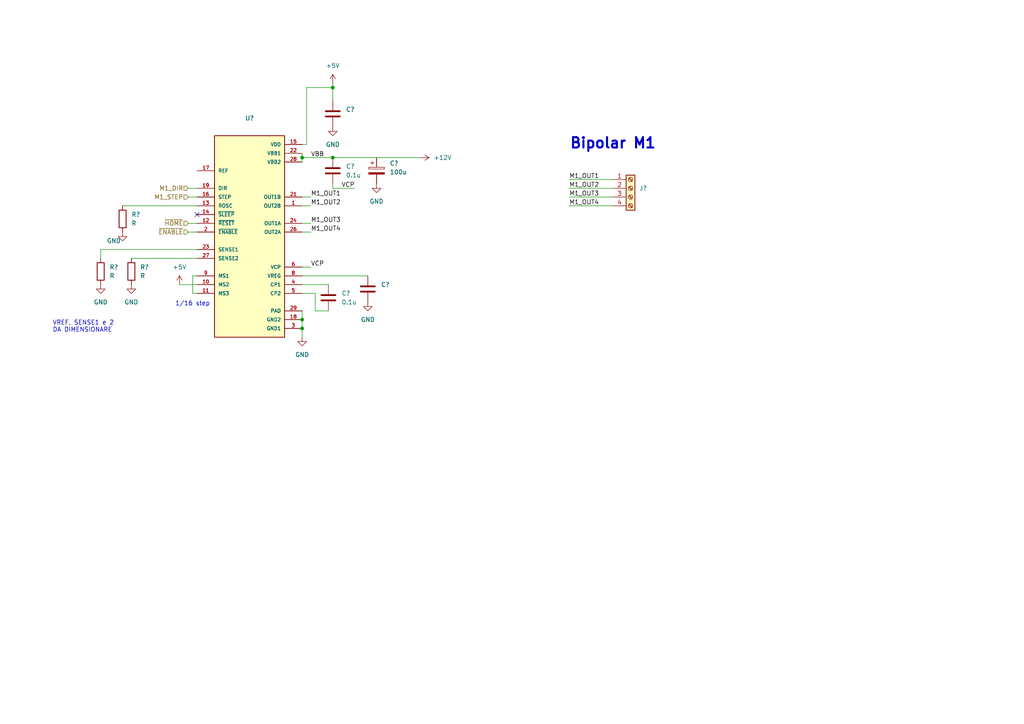
<source format=kicad_sch>
(kicad_sch (version 20211123) (generator eeschema)
  (paper "A4")
  (lib_symbols
    (symbol "A4988:A4988SETTR-T" (pin_names (offset 1.016))
      (property "Reference" "U?" (at 0 33.02 0))
      (property "Value" "A4988SETTR-T" (at 0 30.48 0))
      (symbol "A4988SETTR-T_0_0"
        (rectangle (start -10.16 -30.48) (end 10.16 27.94) (stroke (width 0.254)) (fill (type background)))
        (pin output line (at 15.24 7.62 180) (length 5.08) (name "OUT2B") (number "1"))
        (pin input line (at -15.24 -15.24 0) (length 5.08) (name "MS2") (number "10"))
        (pin input line (at -15.24 -17.78 0) (length 5.08) (name "MS3") (number "11"))
        (pin input line (at -15.24 2.54 0) (length 5.08) (name "~{RESET}") (number "12"))
        (pin input line (at -15.24 7.62 0) (length 5.08) (name "ROSC") (number "13"))
        (pin input line (at -15.24 5.08 0) (length 5.08) (name "~{SLEEP}") (number "14"))
        (pin power_in line (at 15.24 25.4 180) (length 5.08) (name "VDD") (number "15"))
        (pin input line (at -15.24 10.16 0) (length 5.08) (name "STEP") (number "16"))
        (pin input line (at -15.24 17.78 0) (length 5.08) (name "REF") (number "17"))
        (pin passive line (at 15.24 -25.4 180) (length 5.08) (name "GND2") (number "18"))
        (pin input line (at -15.24 12.7 0) (length 5.08) (name "DIR") (number "19"))
        (pin input line (at -15.24 0 0) (length 5.08) (name "~{ENABLE}") (number "2"))
        (pin output line (at 15.24 10.16 180) (length 5.08) (name "OUT1B") (number "21"))
        (pin power_in line (at 15.24 22.86 180) (length 5.08) (name "VBB1") (number "22"))
        (pin input line (at -15.24 -5.08 0) (length 5.08) (name "SENSE1") (number "23"))
        (pin output line (at 15.24 2.54 180) (length 5.08) (name "OUT1A") (number "24"))
        (pin output line (at 15.24 0 180) (length 5.08) (name "OUT2A") (number "26"))
        (pin input line (at -15.24 -7.62 0) (length 5.08) (name "SENSE2") (number "27"))
        (pin power_in line (at 15.24 20.32 180) (length 5.08) (name "VBB2") (number "28"))
        (pin passive line (at 15.24 -22.86 180) (length 5.08) (name "PAD") (number "29"))
        (pin passive line (at 15.24 -27.94 180) (length 5.08) (name "GND1") (number "3"))
        (pin passive line (at 15.24 -15.24 180) (length 5.08) (name "CP1") (number "4"))
        (pin passive line (at 15.24 -17.78 180) (length 5.08) (name "CP2") (number "5"))
        (pin passive line (at 15.24 -10.16 180) (length 5.08) (name "VCP") (number "6"))
        (pin passive line (at 15.24 -12.7 180) (length 5.08) (name "VREG") (number "8"))
        (pin input line (at -15.24 -12.7 0) (length 5.08) (name "MS1") (number "9"))
      )
    )
    (symbol "Connector:Screw_Terminal_01x04" (pin_names (offset 1.016) hide)
      (property "Reference" "J" (at 0 5.08 0))
      (property "Value" "Screw_Terminal_01x04" (at 0 -7.62 0))
      (symbol "Screw_Terminal_01x04_1_1"
        (rectangle (start -1.27 3.81) (end 1.27 -6.35) (stroke (width 0.254)) (fill (type background)))
        (circle (center 0 -5.08) (radius 0.635) (stroke (width 0.1524)))
        (circle (center 0 -2.54) (radius 0.635) (stroke (width 0.1524)))
        (polyline (pts (xy -0.5334 -4.7498) (xy 0.3302 -5.588)) (stroke (width 0.1524)))
        (polyline (pts (xy -0.5334 -2.2098) (xy 0.3302 -3.048)) (stroke (width 0.1524)))
        (polyline (pts (xy -0.5334 0.3302) (xy 0.3302 -0.508)) (stroke (width 0.1524)))
        (polyline (pts (xy -0.5334 2.8702) (xy 0.3302 2.032)) (stroke (width 0.1524)))
        (polyline (pts (xy -0.3556 -4.572) (xy 0.508 -5.4102)) (stroke (width 0.1524)))
        (polyline (pts (xy -0.3556 -2.032) (xy 0.508 -2.8702)) (stroke (width 0.1524)))
        (polyline (pts (xy -0.3556 0.508) (xy 0.508 -0.3302)) (stroke (width 0.1524)))
        (polyline (pts (xy -0.3556 3.048) (xy 0.508 2.2098)) (stroke (width 0.1524)))
        (circle (center 0 0) (radius 0.635) (stroke (width 0.1524)))
        (circle (center 0 2.54) (radius 0.635) (stroke (width 0.1524)))
        (pin passive line (at -5.08 2.54 0) (length 3.81) (name "Pin_1") (number "1"))
        (pin passive line (at -5.08 0 0) (length 3.81) (name "Pin_2") (number "2"))
        (pin passive line (at -5.08 -2.54 0) (length 3.81) (name "Pin_3") (number "3"))
        (pin passive line (at -5.08 -5.08 0) (length 3.81) (name "Pin_4") (number "4"))
      )
    )
    (symbol "Device:C" (pin_numbers hide) (pin_names (offset 0.254))
      (property "Reference" "C" (at 0.635 2.54 0))
      (property "Value" "C" (at 0.635 -2.54 0))
      (symbol "C_0_1"
        (polyline (pts (xy -2.032 -0.762) (xy 2.032 -0.762)) (stroke (width 0.508)))
        (polyline (pts (xy -2.032 0.762) (xy 2.032 0.762)) (stroke (width 0.508)))
      )
      (symbol "C_1_1"
        (pin passive line (at 0 3.81 270) (length 2.794) (name "~") (number "1"))
        (pin passive line (at 0 -3.81 90) (length 2.794) (name "~") (number "2"))
      )
    )
    (symbol "Device:C_Polarized" (pin_numbers hide) (pin_names (offset 0.254))
      (property "Reference" "C" (at 0.635 2.54 0))
      (property "Value" "C_Polarized" (at 0.635 -2.54 0))
      (symbol "C_Polarized_0_1"
        (rectangle (start -2.286 0.508) (end 2.286 1.016))
        (polyline (pts (xy -1.778 2.286) (xy -0.762 2.286)))
        (polyline (pts (xy -1.27 2.794) (xy -1.27 1.778)))
        (rectangle (start 2.286 -0.508) (end -2.286 -1.016) (fill (type outline)))
      )
      (symbol "C_Polarized_1_1"
        (pin passive line (at 0 3.81 270) (length 2.794) (name "~") (number "1"))
        (pin passive line (at 0 -3.81 90) (length 2.794) (name "~") (number "2"))
      )
    )
    (symbol "Device:R" (pin_numbers hide) (pin_names (offset 0))
      (property "Reference" "R" (at 2.032 0 90))
      (property "Value" "R" (at 0 0 90))
      (symbol "R_0_1"
        (rectangle (start -1.016 -2.54) (end 1.016 2.54) (stroke (width 0.254)))
      )
      (symbol "R_1_1"
        (pin passive line (at 0 3.81 270) (length 1.27) (name "~") (number "1"))
        (pin passive line (at 0 -3.81 90) (length 1.27) (name "~") (number "2"))
      )
    )
    (symbol "power:+12V" (power) (pin_names (offset 0))
      (property "Value" "+12V" (at 0 3.556 0))
      (symbol "+12V_0_1"
        (polyline (pts (xy -0.762 1.27) (xy 0 2.54)))
        (polyline (pts (xy 0 0) (xy 0 2.54)))
        (polyline (pts (xy 0 2.54) (xy 0.762 1.27)))
      )
      (symbol "+12V_1_1"
        (pin power_in line (at 0 0 90) (length 0) hide (name "+12V") (number "1"))
      )
    )
    (symbol "power:+5V" (power) (pin_names (offset 0))
      (property "Value" "+5V" (at 0 3.556 0))
      (symbol "+5V_0_1"
        (polyline (pts (xy -0.762 1.27) (xy 0 2.54)))
        (polyline (pts (xy 0 0) (xy 0 2.54)))
        (polyline (pts (xy 0 2.54) (xy 0.762 1.27)))
      )
      (symbol "+5V_1_1"
        (pin power_in line (at 0 0 90) (length 0) hide (name "+5V") (number "1"))
      )
    )
    (symbol "power:GND" (power) (pin_names (offset 0))
      (property "Value" "GND" (at 0 -3.81 0))
      (symbol "GND_0_1"
        (polyline (pts (xy 0 0) (xy 0 -1.27) (xy 1.27 -1.27) (xy 0 -2.54) (xy -1.27 -1.27) (xy 0 -1.27)))
      )
      (symbol "GND_1_1"
        (pin power_in line (at 0 0 270) (length 0) hide (name "GND") (number "1"))
      )
    )
  )
  (junction (at 87.63 95.25))
  (junction (at 96.52 45.72))
  (junction (at 87.63 45.72))
  (junction (at 96.52 25.4))
  (junction (at 87.63 92.71))
  (no_connect (at 57.15 62.23))
  (wire (pts (xy 96.52 25.4) (xy 96.52 29.21)))
  (wire (pts (xy 87.63 57.15) (xy 90.17 57.15)))
  (wire (pts (xy 38.1 74.93) (xy 57.15 74.93)))
  (wire (pts (xy 87.63 92.71) (xy 87.63 95.25)))
  (wire (pts (xy 55.88 85.09) (xy 57.15 85.09)))
  (wire (pts (xy 165.1 59.69) (xy 177.8 59.69)))
  (wire (pts (xy 29.21 72.39) (xy 29.21 74.93)))
  (wire (pts (xy 35.56 59.69) (xy 57.15 59.69)))
  (wire (pts (xy 87.63 95.25) (xy 87.63 97.79)))
  (wire (pts (xy 57.15 80.01) (xy 55.88 80.01)))
  (wire (pts (xy 87.63 85.09) (xy 91.44 85.09)))
  (wire (pts (xy 54.61 54.61) (xy 57.15 54.61)))
  (wire (pts (xy 165.1 54.61) (xy 177.8 54.61)))
  (wire (pts (xy 87.63 67.31) (xy 90.17 67.31)))
  (wire (pts (xy 87.63 82.55) (xy 95.25 82.55)))
  (wire (pts (xy 96.52 54.61) (xy 102.87 54.61)))
  (wire (pts (xy 87.63 59.69) (xy 90.17 59.69)))
  (wire (pts (xy 87.63 45.72) (xy 96.52 45.72)))
  (wire (pts (xy 54.61 57.15) (xy 57.15 57.15)))
  (wire (pts (xy 87.63 80.01) (xy 106.68 80.01)))
  (wire (pts (xy 91.44 90.17) (xy 95.25 90.17)))
  (wire (pts (xy 88.9 41.91) (xy 88.9 25.4)))
  (wire (pts (xy 87.63 90.17) (xy 87.63 92.71)))
  (wire (pts (xy 54.61 64.77) (xy 57.15 64.77)))
  (wire (pts (xy 87.63 44.45) (xy 87.63 45.72)))
  (wire (pts (xy 96.52 45.72) (xy 121.92 45.72)))
  (wire (pts (xy 55.88 80.01) (xy 55.88 85.09)))
  (wire (pts (xy 165.1 52.07) (xy 177.8 52.07)))
  (wire (pts (xy 54.61 67.31) (xy 57.15 67.31)))
  (wire (pts (xy 87.63 45.72) (xy 87.63 46.99)))
  (wire (pts (xy 87.63 41.91) (xy 88.9 41.91)))
  (wire (pts (xy 88.9 25.4) (xy 96.52 25.4)))
  (wire (pts (xy 91.44 85.09) (xy 91.44 90.17)))
  (wire (pts (xy 165.1 57.15) (xy 177.8 57.15)))
  (wire (pts (xy 96.52 53.34) (xy 96.52 54.61)))
  (wire (pts (xy 87.63 77.47) (xy 90.17 77.47)))
  (wire (pts (xy 96.52 24.13) (xy 96.52 25.4)))
  (wire (pts (xy 52.07 82.55) (xy 57.15 82.55)))
  (wire (pts (xy 29.21 72.39) (xy 57.15 72.39)))
  (wire (pts (xy 87.63 64.77) (xy 90.17 64.77)))
  (text "1/16 step\n" (at 50.8 88.9 0) (effects (font (size 1.27 1.27)) (justify left bottom)))
  (text "VREF, SENSE1 e 2 \nDA DIMENSIONARE" (at 15.24 96.52 0) (effects (font (size 1.27 1.27)) (justify left bottom)))
  (text "Bipolar M1\n\n" (at 165.1 48.26 0) (effects (font (size 3 3) (thickness 0.6) bold) (justify left bottom)))
  (label "VBB" (at 90.17 45.72 0))
  (label "M1_OUT3" (at 165.1 57.15 0))
  (label "VCP" (at 102.87 54.61 180))
  (label "M1_OUT4" (at 90.17 67.31 0))
  (label "M1_OUT3" (at 90.17 64.77 0))
  (label "M1_OUT2" (at 90.17 59.69 0))
  (label "VCP" (at 90.17 77.47 0))
  (label "M1_OUT4" (at 165.1 59.69 0))
  (label "M1_OUT1" (at 90.17 57.15 0))
  (label "M1_OUT2" (at 165.1 54.61 0))
  (label "M1_OUT1" (at 165.1 52.07 0))
  (hierarchical_label "~{ENABLE}" (shape input) (at 54.61 67.31 180))
  (hierarchical_label "~{HOME}" (shape input) (at 54.61 64.77 180))
  (hierarchical_label "M1_DIR" (shape input) (at 54.61 54.61 180))
  (hierarchical_label "M1_STEP" (shape input) (at 54.61 57.15 180))
  (symbol (lib_id "power:+5V") (at 52.07 82.55 0) (unit 1)
    (property "Reference" "#PWR?" (effects hide))
  )
  (symbol (lib_id "power:GND") (at 106.68 87.63 0) (unit 1)
    (property "Reference" "#PWR?" (effects hide))
    (property "Value" "GND" (at 106.68 92.71 0))
  )
  (symbol (lib_id "power:GND") (at 96.52 36.83 0) (unit 1)
    (property "Reference" "#PWR?" (effects hide))
    (property "Value" "GND" (at 96.52 41.91 0))
  )
  (symbol (lib_id "power:GND") (at 35.56 67.31 0) (unit 1)
    (property "Reference" "#PWR?" (effects hide))
    (property "Value" "GND" (at 33.02 69.85 0))
  )
  (symbol (lib_id "power:GND") (at 109.22 53.34 0) (unit 1)
    (property "Reference" "#PWR?" (effects hide))
    (property "Value" "GND" (at 109.22 58.42 0))
  )
  (symbol (lib_id "power:+5V") (at 96.52 24.13 0) (unit 1)
    (property "Reference" "#PWR?" (effects hide))
    (property "Value" "+5V" (at 96.52 19.05 0))
  )
  (symbol (lib_id "Device:R") (at 35.56 63.5 0) (unit 1)
    (property "Reference" "R?" (at 38.1 62.2299 0) (effects (justify left)))
    (property "Value" "R" (at 38.1 64.7699 0) (effects (justify left)))
  )
  (symbol (lib_id "Device:C") (at 95.25 86.36 0) (unit 1)
    (property "Reference" "C?" (at 99.06 85.0899 0) (effects (justify left)))
    (property "Value" "0.1u" (at 99.06 87.6299 0) (effects (justify left)))
  )
  (symbol (lib_id "Device:C_Polarized") (at 109.22 49.53 0) (unit 1)
    (property "Reference" "C?" (at 113.03 47.3709 0) (effects (justify left)))
    (property "Value" "100u" (at 113.03 49.9109 0) (effects (justify left)))
  )
  (symbol (lib_id "power:GND") (at 38.1 82.55 0) (unit 1)
    (property "Reference" "#PWR?" (effects hide))
    (property "Value" "GND" (at 38.1 87.63 0))
  )
  (symbol (lib_id "Device:R") (at 29.21 78.74 0) (unit 1)
    (property "Reference" "R?" (at 31.75 77.4699 0) (effects (justify left)))
    (property "Value" "R" (at 31.75 80.0099 0) (effects (justify left)))
  )
  (symbol (lib_id "A4988:A4988SETTR-T") (at 72.39 67.31 0) (unit 1)
    (property "Reference" "U?" (at 72.39 34.29 0))
    (property "MANUFACTURER" "Allegro MicroSystems" (effects hide))
  )
  (symbol (lib_id "Device:C") (at 96.52 33.02 0) (unit 1)
    (property "Reference" "C?" (at 100.33 31.7499 0) (effects (justify left)))
  )
  (symbol (lib_id "Connector:Screw_Terminal_01x04") (at 182.88 54.61 0) (unit 1)
    (property "Reference" "J?" (at 185.42 54.6099 0) (effects (justify left)))
    (property "Footprint" "TerminalBlock_TE-Connectivity:TerminalBlock_TE_282834-5_1x05_P2.54mm_Horizontal" (effects hide))
  )
  (symbol (lib_id "power:GND") (at 87.63 97.79 0) (unit 1)
    (property "Reference" "#PWR?" (effects hide))
    (property "Value" "GND" (at 87.63 102.87 0))
  )
  (symbol (lib_id "Device:C") (at 106.68 83.82 0) (unit 1)
    (property "Reference" "C?" (at 110.49 82.5499 0) (effects (justify left)))
  )
  (symbol (lib_id "Device:R") (at 38.1 78.74 0) (unit 1)
    (property "Reference" "R?" (at 40.64 77.4699 0) (effects (justify left)))
    (property "Value" "R" (at 40.64 80.0099 0) (effects (justify left)))
  )
  (symbol (lib_id "Device:C") (at 96.52 49.53 0) (unit 1)
    (property "Reference" "C?" (at 100.33 48.2599 0) (effects (justify left)))
    (property "Value" "0.1u" (at 100.33 50.7999 0) (effects (justify left)))
  )
  (symbol (lib_id "power:+12V") (at 121.92 45.72 270) (unit 1)
    (property "Reference" "#PWR?" (effects hide))
    (property "Value" "+12V" (at 125.73 45.7199 90) (effects (justify left)))
  )
  (symbol (lib_id "power:GND") (at 29.21 82.55 0) (unit 1)
    (property "Reference" "#PWR?" (effects hide))
    (property "Value" "GND" (at 29.21 87.63 0))
  )
)
</source>
